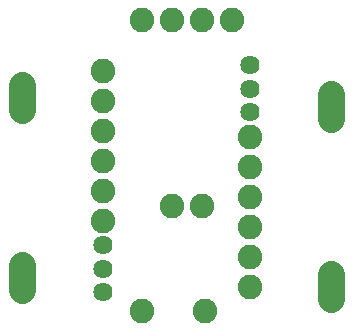
<source format=gbr>
G04 EAGLE Gerber RS-274X export*
G75*
%MOMM*%
%FSLAX34Y34*%
%LPD*%
%INSoldermask Bottom*%
%IPPOS*%
%AMOC8*
5,1,8,0,0,1.08239X$1,22.5*%
G01*
%ADD10C,2.082800*%
%ADD11C,2.298700*%
%ADD12C,1.625600*%


D10*
X124460Y266700D03*
X149860Y266700D03*
X175260Y266700D03*
X200660Y266700D03*
X177800Y20320D03*
X124460Y20320D03*
X175260Y109220D03*
X149860Y109220D03*
D11*
X22860Y190183D02*
X22860Y211138D01*
X22860Y58738D02*
X22860Y37783D01*
X284480Y30163D02*
X284480Y51118D01*
X284480Y182563D02*
X284480Y203518D01*
D12*
X91440Y35880D03*
X91440Y55880D03*
X91440Y75880D03*
D10*
X91440Y223520D03*
X91440Y198120D03*
X91440Y172720D03*
X91440Y147320D03*
X91440Y121920D03*
X91440Y96520D03*
X215900Y40640D03*
X215900Y66040D03*
X215900Y91440D03*
X215900Y116840D03*
X215900Y142240D03*
X215900Y167640D03*
D12*
X215900Y228280D03*
X215900Y208280D03*
X215900Y188280D03*
M02*

</source>
